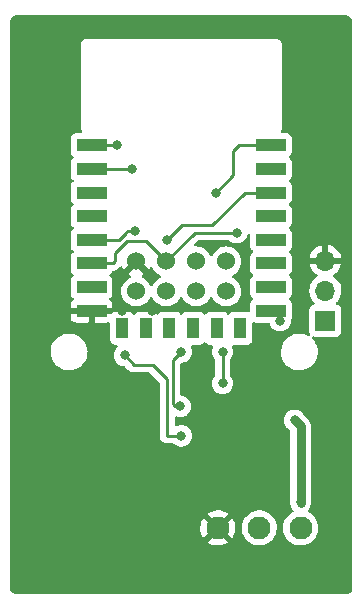
<source format=gbr>
%TF.GenerationSoftware,KiCad,Pcbnew,(6.0.5-0)*%
%TF.CreationDate,2022-06-26T23:43:10+02:00*%
%TF.ProjectId,Fuji-IoT,46756a69-2d49-46f5-942e-6b696361645f,rev?*%
%TF.SameCoordinates,Original*%
%TF.FileFunction,Copper,L2,Bot*%
%TF.FilePolarity,Positive*%
%FSLAX46Y46*%
G04 Gerber Fmt 4.6, Leading zero omitted, Abs format (unit mm)*
G04 Created by KiCad (PCBNEW (6.0.5-0)) date 2022-06-26 23:43:10*
%MOMM*%
%LPD*%
G01*
G04 APERTURE LIST*
%TA.AperFunction,ComponentPad*%
%ADD10R,1.700000X1.700000*%
%TD*%
%TA.AperFunction,ComponentPad*%
%ADD11O,1.700000X1.700000*%
%TD*%
%TA.AperFunction,ComponentPad*%
%ADD12C,1.524000*%
%TD*%
%TA.AperFunction,ComponentPad*%
%ADD13C,1.950000*%
%TD*%
%TA.AperFunction,SMDPad,CuDef*%
%ADD14R,2.500000X1.000000*%
%TD*%
%TA.AperFunction,SMDPad,CuDef*%
%ADD15R,1.000000X1.800000*%
%TD*%
%TA.AperFunction,ViaPad*%
%ADD16C,0.800000*%
%TD*%
%TA.AperFunction,Conductor*%
%ADD17C,0.250000*%
%TD*%
%TA.AperFunction,Conductor*%
%ADD18C,0.750000*%
%TD*%
G04 APERTURE END LIST*
D10*
%TO.P,J1,1,Pin_1*%
%TO.N,3V3*%
X66200000Y-54340000D03*
D11*
%TO.P,J1,2,Pin_2*%
%TO.N,DBG*%
X66200000Y-51800000D03*
%TO.P,J1,3,Pin_3*%
%TO.N,GND*%
X66200000Y-49260000D03*
%TD*%
D12*
%TO.P,U3,1,RX*%
%TO.N,RX*%
X57810000Y-49330000D03*
%TO.P,U3,2,VCC*%
%TO.N,3V3*%
X57810000Y-51870000D03*
%TO.P,U3,3,IO0*%
%TO.N,SLP*%
X55270000Y-49330000D03*
%TO.P,U3,4,RST*%
%TO.N,RST*%
X55270000Y-51870000D03*
%TO.P,U3,5,IO2*%
%TO.N,DBG*%
X52730000Y-49330000D03*
%TO.P,U3,6,CH_PD*%
%TO.N,CH_PD*%
X52730000Y-51870000D03*
%TO.P,U3,7,GND*%
%TO.N,GND*%
X50190000Y-49330000D03*
%TO.P,U3,8,TX*%
%TO.N,TX*%
X50190000Y-51870000D03*
%TD*%
D13*
%TO.P,J2,1*%
%TO.N,VIN*%
X64100000Y-71900000D03*
%TO.P,J2,2*%
%TO.N,Net-(C4-Pad1)*%
X60600000Y-71900000D03*
%TO.P,J2,3*%
%TO.N,GND*%
X57100000Y-71900000D03*
%TD*%
D14*
%TO.P,U4,1,~{RST}*%
%TO.N,RST*%
X61600000Y-39500000D03*
%TO.P,U4,2,ADC*%
%TO.N,unconnected-(U4-Pad2)*%
X61600000Y-41500000D03*
%TO.P,U4,3,EN*%
%TO.N,CH_PD*%
X61600000Y-43500000D03*
%TO.P,U4,4,GPIO16*%
%TO.N,unconnected-(U4-Pad4)*%
X61600000Y-45500000D03*
%TO.P,U4,5,GPIO14*%
%TO.N,unconnected-(U4-Pad5)*%
X61600000Y-47500000D03*
%TO.P,U4,6,GPIO12*%
%TO.N,unconnected-(U4-Pad6)*%
X61600000Y-49500000D03*
%TO.P,U4,7,GPIO13*%
%TO.N,unconnected-(U4-Pad7)*%
X61600000Y-51500000D03*
%TO.P,U4,8,VCC*%
%TO.N,3V3*%
X61600000Y-53500000D03*
D15*
%TO.P,U4,9,CS0*%
%TO.N,unconnected-(U4-Pad9)*%
X59000000Y-55000000D03*
%TO.P,U4,10,MISO*%
%TO.N,unconnected-(U4-Pad10)*%
X57000000Y-55000000D03*
%TO.P,U4,11,GPIO9*%
%TO.N,unconnected-(U4-Pad11)*%
X55000000Y-55000000D03*
%TO.P,U4,12,GPIO10*%
%TO.N,unconnected-(U4-Pad12)*%
X53000000Y-55000000D03*
%TO.P,U4,13,MOSI*%
%TO.N,unconnected-(U4-Pad13)*%
X51000000Y-55000000D03*
%TO.P,U4,14,SCLK*%
%TO.N,unconnected-(U4-Pad14)*%
X49000000Y-55000000D03*
D14*
%TO.P,U4,15,GND*%
%TO.N,GND*%
X46400000Y-53500000D03*
%TO.P,U4,16,GPIO15*%
%TO.N,unconnected-(U4-Pad16)*%
X46400000Y-51500000D03*
%TO.P,U4,17,GPIO2*%
%TO.N,DBG*%
X46400000Y-49500000D03*
%TO.P,U4,18,GPIO0*%
%TO.N,SLP*%
X46400000Y-47500000D03*
%TO.P,U4,19,GPIO4*%
%TO.N,unconnected-(U4-Pad19)*%
X46400000Y-45500000D03*
%TO.P,U4,20,GPIO5*%
%TO.N,unconnected-(U4-Pad20)*%
X46400000Y-43500000D03*
%TO.P,U4,21,GPIO3/RXD*%
%TO.N,RX*%
X46400000Y-41500000D03*
%TO.P,U4,22,GPIO1/TXD*%
%TO.N,TX*%
X46400000Y-39500000D03*
%TD*%
D16*
%TO.N,GND*%
X47100000Y-62400000D03*
X59000000Y-66500000D03*
X53000000Y-66500000D03*
X57900000Y-62500000D03*
X49000000Y-53500000D03*
X51500000Y-53500000D03*
X67500000Y-71500000D03*
X67500000Y-74500000D03*
X67500000Y-62500000D03*
X67500000Y-65500000D03*
X67500000Y-59500000D03*
X67500000Y-68500000D03*
X67500000Y-44500000D03*
X67500000Y-41500000D03*
X67500000Y-32500000D03*
X67500000Y-38500000D03*
X67500000Y-35500000D03*
X65000000Y-29500000D03*
X62000000Y-29500000D03*
X59000000Y-29500000D03*
X56000000Y-29500000D03*
X53000000Y-29500000D03*
X50000000Y-29500000D03*
X47000000Y-29500000D03*
X44000000Y-29500000D03*
X41000000Y-29500000D03*
X41000000Y-68500000D03*
X41000000Y-71500000D03*
X41000000Y-62500000D03*
X41000000Y-65500000D03*
X41000000Y-38500000D03*
X41000000Y-35500000D03*
X41000000Y-53500000D03*
X41000000Y-59500000D03*
X41000000Y-50500000D03*
X41000000Y-47500000D03*
X41000000Y-56500000D03*
X41000000Y-32500000D03*
X41000000Y-44500000D03*
X41000000Y-41500000D03*
%TO.N,CH_PD*%
X52800000Y-47524500D03*
%TO.N,RST*%
X56900000Y-43500000D03*
%TO.N,VIN*%
X63600000Y-62800000D03*
X64100000Y-69700000D03*
%TO.N,3V3*%
X62360000Y-54340000D03*
%TO.N,TX*%
X54000000Y-64100000D03*
X48600000Y-39500000D03*
X49200000Y-57300000D03*
%TO.N,SLP*%
X53900000Y-61600000D03*
X54000000Y-57000000D03*
X50100000Y-46800000D03*
%TO.N,RX*%
X57500000Y-59650000D03*
X49800000Y-41500000D03*
X57500000Y-57000000D03*
%TO.N,DBG*%
X58700000Y-46900000D03*
%TD*%
D17*
%TO.N,CH_PD*%
X52800000Y-47524500D02*
X54062250Y-46262250D01*
X61600000Y-43500000D02*
X59400000Y-43500000D01*
X59400000Y-43500000D02*
X56637750Y-46262250D01*
X56637750Y-46262250D02*
X54062250Y-46262250D01*
%TO.N,RST*%
X58400000Y-42000000D02*
X58400000Y-40000000D01*
X58400000Y-40000000D02*
X58900000Y-39500000D01*
X56900000Y-43500000D02*
X58400000Y-42000000D01*
X58900000Y-39500000D02*
X61600000Y-39500000D01*
%TO.N,DBG*%
X58700000Y-46900000D02*
X55160000Y-46900000D01*
X55160000Y-46900000D02*
X52730000Y-49330000D01*
D18*
%TO.N,VIN*%
X64100000Y-69750000D02*
X64100000Y-63350000D01*
X64100000Y-63300000D02*
X63600000Y-62800000D01*
D17*
%TO.N,TX*%
X50000000Y-58100000D02*
X51600000Y-58100000D01*
X49200000Y-57300000D02*
X50000000Y-58100000D01*
X48600000Y-39500000D02*
X46400000Y-39500000D01*
X51600000Y-58100000D02*
X52800000Y-59300000D01*
X52800000Y-64100000D02*
X54000000Y-64100000D01*
X52800000Y-59300000D02*
X52800000Y-64100000D01*
%TO.N,SLP*%
X53500000Y-61600000D02*
X53900000Y-61600000D01*
X49300000Y-46900000D02*
X49400000Y-46800000D01*
X53300000Y-57700000D02*
X53300000Y-61400000D01*
X48700000Y-47500000D02*
X49300000Y-46900000D01*
X54000000Y-57000000D02*
X53300000Y-57700000D01*
X46400000Y-47500000D02*
X48700000Y-47500000D01*
X53300000Y-61400000D02*
X53500000Y-61600000D01*
X49400000Y-46800000D02*
X50100000Y-46800000D01*
%TO.N,RX*%
X57500000Y-59650000D02*
X57500000Y-57000000D01*
X46400000Y-41500000D02*
X49800000Y-41500000D01*
%TO.N,DBG*%
X48200000Y-49500000D02*
X48400000Y-49300000D01*
X48400000Y-48600000D02*
X49400000Y-47600000D01*
X51000000Y-47600000D02*
X52730000Y-49330000D01*
X49400000Y-47600000D02*
X51000000Y-47600000D01*
X48400000Y-49300000D02*
X48400000Y-48600000D01*
X46400000Y-49500000D02*
X48200000Y-49500000D01*
%TD*%
%TA.AperFunction,Conductor*%
%TO.N,GND*%
G36*
X67970018Y-28510000D02*
G01*
X67984852Y-28512310D01*
X67984855Y-28512310D01*
X67993724Y-28513691D01*
X68002626Y-28512527D01*
X68002750Y-28512511D01*
X68033192Y-28512240D01*
X68040621Y-28513077D01*
X68095264Y-28519234D01*
X68122771Y-28525513D01*
X68199853Y-28552485D01*
X68225274Y-28564727D01*
X68294426Y-28608178D01*
X68316485Y-28625770D01*
X68374230Y-28683515D01*
X68391822Y-28705574D01*
X68435273Y-28774726D01*
X68447515Y-28800147D01*
X68474487Y-28877228D01*
X68480766Y-28904736D01*
X68487018Y-28960226D01*
X68486923Y-28975868D01*
X68487800Y-28975879D01*
X68487690Y-28984851D01*
X68486309Y-28993724D01*
X68487473Y-29002626D01*
X68487473Y-29002628D01*
X68490436Y-29025283D01*
X68491500Y-29041621D01*
X68491500Y-76950633D01*
X68490000Y-76970018D01*
X68486309Y-76993724D01*
X68487473Y-77002626D01*
X68487489Y-77002750D01*
X68487760Y-77033192D01*
X68485430Y-77053870D01*
X68480766Y-77095264D01*
X68474487Y-77122771D01*
X68447515Y-77199853D01*
X68435273Y-77225274D01*
X68391822Y-77294426D01*
X68374230Y-77316485D01*
X68316485Y-77374230D01*
X68294426Y-77391822D01*
X68225274Y-77435273D01*
X68199853Y-77447515D01*
X68122772Y-77474487D01*
X68095264Y-77480766D01*
X68039774Y-77487018D01*
X68024132Y-77486923D01*
X68024121Y-77487800D01*
X68015149Y-77487690D01*
X68006276Y-77486309D01*
X67997374Y-77487473D01*
X67997372Y-77487473D01*
X67986385Y-77488910D01*
X67974714Y-77490436D01*
X67958379Y-77491500D01*
X40049367Y-77491500D01*
X40029982Y-77490000D01*
X40015148Y-77487690D01*
X40015145Y-77487690D01*
X40006276Y-77486309D01*
X39997374Y-77487473D01*
X39997250Y-77487489D01*
X39966808Y-77487760D01*
X39946130Y-77485430D01*
X39904736Y-77480766D01*
X39877229Y-77474487D01*
X39800147Y-77447515D01*
X39774726Y-77435273D01*
X39705574Y-77391822D01*
X39683515Y-77374230D01*
X39625770Y-77316485D01*
X39608178Y-77294426D01*
X39564727Y-77225274D01*
X39552485Y-77199853D01*
X39525513Y-77122772D01*
X39519234Y-77095266D01*
X39513170Y-77041451D01*
X39512888Y-77016640D01*
X39513576Y-77012552D01*
X39513729Y-77000000D01*
X39509773Y-76972376D01*
X39508500Y-76954514D01*
X39508500Y-73116624D01*
X56248621Y-73116624D01*
X56252988Y-73122774D01*
X56452563Y-73239397D01*
X56461846Y-73243844D01*
X56680007Y-73327152D01*
X56689905Y-73330028D01*
X56918744Y-73376585D01*
X56928972Y-73377804D01*
X57162340Y-73386362D01*
X57172626Y-73385895D01*
X57404262Y-73356222D01*
X57414340Y-73354080D01*
X57638014Y-73286974D01*
X57647612Y-73283212D01*
X57857324Y-73180476D01*
X57866169Y-73175203D01*
X57938869Y-73123347D01*
X57947270Y-73112646D01*
X57940283Y-73099493D01*
X57112812Y-72272022D01*
X57098868Y-72264408D01*
X57097035Y-72264539D01*
X57090420Y-72268790D01*
X56255881Y-73103329D01*
X56248621Y-73116624D01*
X39508500Y-73116624D01*
X39508500Y-71868799D01*
X55612658Y-71868799D01*
X55626102Y-72101942D01*
X55627535Y-72112144D01*
X55678873Y-72339949D01*
X55681956Y-72349789D01*
X55769814Y-72566156D01*
X55774457Y-72575347D01*
X55875555Y-72740325D01*
X55886011Y-72749785D01*
X55894789Y-72746001D01*
X56727978Y-71912812D01*
X56734356Y-71901132D01*
X57464408Y-71901132D01*
X57464539Y-71902965D01*
X57468790Y-71909580D01*
X58300045Y-72740835D01*
X58312055Y-72747394D01*
X58323794Y-72738426D01*
X58372518Y-72670619D01*
X58377829Y-72661780D01*
X58481291Y-72452442D01*
X58485089Y-72442849D01*
X58552974Y-72219413D01*
X58555151Y-72209343D01*
X58585869Y-71976015D01*
X58586388Y-71969340D01*
X58588001Y-71903364D01*
X58587807Y-71896647D01*
X58585093Y-71863631D01*
X59111860Y-71863631D01*
X59112157Y-71868783D01*
X59112157Y-71868787D01*
X59123558Y-72066499D01*
X59125903Y-72107171D01*
X59127040Y-72112217D01*
X59127041Y-72112223D01*
X59150107Y-72214575D01*
X59179533Y-72345147D01*
X59181475Y-72349929D01*
X59181476Y-72349933D01*
X59269275Y-72566156D01*
X59271311Y-72571169D01*
X59398772Y-72779166D01*
X59558492Y-72963553D01*
X59746183Y-73119377D01*
X59956804Y-73242453D01*
X60184698Y-73329478D01*
X60189764Y-73330509D01*
X60189765Y-73330509D01*
X60418667Y-73377080D01*
X60418671Y-73377080D01*
X60423746Y-73378113D01*
X60428922Y-73378303D01*
X60428924Y-73378303D01*
X60662363Y-73386863D01*
X60662367Y-73386863D01*
X60667527Y-73387052D01*
X60672647Y-73386396D01*
X60672649Y-73386396D01*
X60749377Y-73376567D01*
X60909494Y-73356055D01*
X60914443Y-73354570D01*
X60914449Y-73354569D01*
X61138200Y-73287440D01*
X61138199Y-73287440D01*
X61143150Y-73285955D01*
X61362219Y-73178634D01*
X61366424Y-73175634D01*
X61366430Y-73175631D01*
X61556614Y-73039974D01*
X61556616Y-73039972D01*
X61560818Y-73036975D01*
X61733614Y-72864781D01*
X61875966Y-72666677D01*
X61878387Y-72661780D01*
X61981756Y-72452626D01*
X61981757Y-72452624D01*
X61984050Y-72447984D01*
X62039786Y-72264539D01*
X62053462Y-72219527D01*
X62053463Y-72219521D01*
X62054966Y-72214575D01*
X62086807Y-71972717D01*
X62088584Y-71900000D01*
X62085594Y-71863631D01*
X62611860Y-71863631D01*
X62612157Y-71868783D01*
X62612157Y-71868787D01*
X62623558Y-72066499D01*
X62625903Y-72107171D01*
X62627040Y-72112217D01*
X62627041Y-72112223D01*
X62650107Y-72214575D01*
X62679533Y-72345147D01*
X62681475Y-72349929D01*
X62681476Y-72349933D01*
X62769275Y-72566156D01*
X62771311Y-72571169D01*
X62898772Y-72779166D01*
X63058492Y-72963553D01*
X63246183Y-73119377D01*
X63456804Y-73242453D01*
X63684698Y-73329478D01*
X63689764Y-73330509D01*
X63689765Y-73330509D01*
X63918667Y-73377080D01*
X63918671Y-73377080D01*
X63923746Y-73378113D01*
X63928922Y-73378303D01*
X63928924Y-73378303D01*
X64162363Y-73386863D01*
X64162367Y-73386863D01*
X64167527Y-73387052D01*
X64172647Y-73386396D01*
X64172649Y-73386396D01*
X64249377Y-73376567D01*
X64409494Y-73356055D01*
X64414443Y-73354570D01*
X64414449Y-73354569D01*
X64638200Y-73287440D01*
X64638199Y-73287440D01*
X64643150Y-73285955D01*
X64862219Y-73178634D01*
X64866424Y-73175634D01*
X64866430Y-73175631D01*
X65056614Y-73039974D01*
X65056616Y-73039972D01*
X65060818Y-73036975D01*
X65233614Y-72864781D01*
X65375966Y-72666677D01*
X65378387Y-72661780D01*
X65481756Y-72452626D01*
X65481757Y-72452624D01*
X65484050Y-72447984D01*
X65539786Y-72264539D01*
X65553462Y-72219527D01*
X65553463Y-72219521D01*
X65554966Y-72214575D01*
X65586807Y-71972717D01*
X65588584Y-71900000D01*
X65568596Y-71656876D01*
X65509167Y-71420280D01*
X65411894Y-71196568D01*
X65318888Y-71052802D01*
X65282200Y-70996091D01*
X65282198Y-70996088D01*
X65279390Y-70991748D01*
X65115212Y-70811319D01*
X65111161Y-70808120D01*
X65111157Y-70808116D01*
X64927825Y-70663329D01*
X64927821Y-70663327D01*
X64923770Y-70660127D01*
X64894370Y-70643897D01*
X64759175Y-70569266D01*
X64709204Y-70518833D01*
X64694432Y-70449390D01*
X64719548Y-70382985D01*
X64726416Y-70374665D01*
X64818704Y-70272169D01*
X64911564Y-70111331D01*
X64911565Y-70111326D01*
X64934527Y-70071556D01*
X64993542Y-69889928D01*
X65013504Y-69700000D01*
X64993542Y-69510072D01*
X64989667Y-69498146D01*
X64983500Y-69459210D01*
X64983500Y-63379457D01*
X64985051Y-63359745D01*
X64986118Y-63353008D01*
X64987150Y-63346493D01*
X64985383Y-63312763D01*
X64977776Y-63167624D01*
X64977775Y-63167621D01*
X64977430Y-63161029D01*
X64929362Y-62981637D01*
X64845047Y-62816161D01*
X64840894Y-62811032D01*
X64840891Y-62811028D01*
X64759551Y-62710582D01*
X64759548Y-62710579D01*
X64757472Y-62708015D01*
X64387004Y-62337546D01*
X64366981Y-62311451D01*
X64348168Y-62278866D01*
X64339040Y-62263056D01*
X64211253Y-62121134D01*
X64056752Y-62008882D01*
X64050724Y-62006198D01*
X64050722Y-62006197D01*
X63888319Y-61933891D01*
X63888318Y-61933891D01*
X63882288Y-61931206D01*
X63788888Y-61911353D01*
X63701944Y-61892872D01*
X63701939Y-61892872D01*
X63695487Y-61891500D01*
X63504513Y-61891500D01*
X63498061Y-61892872D01*
X63498056Y-61892872D01*
X63411112Y-61911353D01*
X63317712Y-61931206D01*
X63311682Y-61933891D01*
X63311681Y-61933891D01*
X63149278Y-62006197D01*
X63149276Y-62006198D01*
X63143248Y-62008882D01*
X62988747Y-62121134D01*
X62860960Y-62263056D01*
X62765473Y-62428444D01*
X62706458Y-62610072D01*
X62686496Y-62800000D01*
X62687186Y-62806565D01*
X62705587Y-62981637D01*
X62706458Y-62989928D01*
X62765473Y-63171556D01*
X62860960Y-63336944D01*
X62988747Y-63478866D01*
X63097869Y-63558148D01*
X63129422Y-63581073D01*
X63144456Y-63593914D01*
X63179595Y-63629053D01*
X63213621Y-63691365D01*
X63216500Y-63718148D01*
X63216500Y-69459210D01*
X63210333Y-69498146D01*
X63206458Y-69510072D01*
X63186496Y-69700000D01*
X63206458Y-69889928D01*
X63265473Y-70071556D01*
X63288435Y-70111326D01*
X63288436Y-70111331D01*
X63381296Y-70272169D01*
X63385711Y-70277072D01*
X63385715Y-70277077D01*
X63474351Y-70375517D01*
X63505068Y-70439524D01*
X63496304Y-70509978D01*
X63450841Y-70564509D01*
X63438916Y-70571578D01*
X63306769Y-70640370D01*
X63302636Y-70643473D01*
X63302633Y-70643475D01*
X63228050Y-70699474D01*
X63111690Y-70786840D01*
X62943153Y-70963204D01*
X62940239Y-70967476D01*
X62940238Y-70967477D01*
X62920719Y-70996091D01*
X62805684Y-71164726D01*
X62702974Y-71385995D01*
X62637783Y-71621067D01*
X62611860Y-71863631D01*
X62085594Y-71863631D01*
X62068596Y-71656876D01*
X62009167Y-71420280D01*
X61911894Y-71196568D01*
X61818888Y-71052802D01*
X61782200Y-70996091D01*
X61782198Y-70996088D01*
X61779390Y-70991748D01*
X61615212Y-70811319D01*
X61611161Y-70808120D01*
X61611157Y-70808116D01*
X61427825Y-70663329D01*
X61427821Y-70663327D01*
X61423770Y-70660127D01*
X61394370Y-70643897D01*
X61367759Y-70629207D01*
X61210205Y-70542233D01*
X61205336Y-70540509D01*
X61205332Y-70540507D01*
X60985127Y-70462528D01*
X60985123Y-70462527D01*
X60980252Y-70460802D01*
X60975159Y-70459895D01*
X60975156Y-70459894D01*
X60745177Y-70418928D01*
X60745171Y-70418927D01*
X60740088Y-70418022D01*
X60660380Y-70417048D01*
X60501332Y-70415105D01*
X60501330Y-70415105D01*
X60496162Y-70415042D01*
X60255024Y-70451941D01*
X60023150Y-70527729D01*
X59806769Y-70640370D01*
X59802636Y-70643473D01*
X59802633Y-70643475D01*
X59728050Y-70699474D01*
X59611690Y-70786840D01*
X59443153Y-70963204D01*
X59440239Y-70967476D01*
X59440238Y-70967477D01*
X59420719Y-70996091D01*
X59305684Y-71164726D01*
X59202974Y-71385995D01*
X59137783Y-71621067D01*
X59111860Y-71863631D01*
X58585093Y-71863631D01*
X58568525Y-71662108D01*
X58566842Y-71651946D01*
X58509952Y-71425453D01*
X58506634Y-71415706D01*
X58413513Y-71201542D01*
X58408646Y-71192467D01*
X58323465Y-71060796D01*
X58312779Y-71051593D01*
X58303214Y-71055996D01*
X57472022Y-71887188D01*
X57464408Y-71901132D01*
X56734356Y-71901132D01*
X56735592Y-71898868D01*
X56735461Y-71897035D01*
X56731210Y-71890420D01*
X55899892Y-71059102D01*
X55888356Y-71052802D01*
X55876073Y-71062426D01*
X55809036Y-71160698D01*
X55803943Y-71169662D01*
X55705619Y-71381483D01*
X55702062Y-71391151D01*
X55639657Y-71616178D01*
X55637726Y-71626298D01*
X55612910Y-71858510D01*
X55612658Y-71868799D01*
X39508500Y-71868799D01*
X39508500Y-70687142D01*
X56251938Y-70687142D01*
X56258684Y-70699474D01*
X57087188Y-71527978D01*
X57101132Y-71535592D01*
X57102965Y-71535461D01*
X57109580Y-71531210D01*
X57942391Y-70698399D01*
X57949412Y-70685543D01*
X57941639Y-70674875D01*
X57927548Y-70663746D01*
X57918970Y-70658047D01*
X57714526Y-70545189D01*
X57705126Y-70540964D01*
X57484993Y-70463011D01*
X57475036Y-70460381D01*
X57245129Y-70419427D01*
X57234878Y-70418458D01*
X57001367Y-70415605D01*
X56991083Y-70416325D01*
X56760253Y-70451647D01*
X56750225Y-70454036D01*
X56528263Y-70526584D01*
X56518753Y-70530581D01*
X56311624Y-70638405D01*
X56302904Y-70643897D01*
X56260391Y-70675817D01*
X56251938Y-70687142D01*
X39508500Y-70687142D01*
X39508500Y-57054568D01*
X42937382Y-57054568D01*
X42937963Y-57059588D01*
X42937963Y-57059592D01*
X42950924Y-57171607D01*
X42966208Y-57303699D01*
X42967587Y-57308573D01*
X42967588Y-57308577D01*
X43033116Y-57540148D01*
X43034494Y-57545017D01*
X43036628Y-57549592D01*
X43036630Y-57549599D01*
X43138347Y-57767731D01*
X43140484Y-57772313D01*
X43143326Y-57776494D01*
X43143326Y-57776495D01*
X43278605Y-57975552D01*
X43278608Y-57975556D01*
X43281451Y-57979739D01*
X43284928Y-57983416D01*
X43284929Y-57983417D01*
X43383106Y-58087237D01*
X43453767Y-58161959D01*
X43457793Y-58165037D01*
X43457794Y-58165038D01*
X43648981Y-58311212D01*
X43648985Y-58311215D01*
X43653001Y-58314285D01*
X43874026Y-58432797D01*
X43878807Y-58434443D01*
X43878811Y-58434445D01*
X44064834Y-58498498D01*
X44111156Y-58514448D01*
X44214689Y-58532331D01*
X44354380Y-58556460D01*
X44354386Y-58556461D01*
X44358290Y-58557135D01*
X44362251Y-58557315D01*
X44362252Y-58557315D01*
X44386931Y-58558436D01*
X44386950Y-58558436D01*
X44388350Y-58558500D01*
X44563015Y-58558500D01*
X44565523Y-58558298D01*
X44565528Y-58558298D01*
X44744944Y-58543863D01*
X44744949Y-58543862D01*
X44749985Y-58543457D01*
X44754893Y-58542252D01*
X44754896Y-58542251D01*
X44988625Y-58484841D01*
X44993539Y-58483634D01*
X44998191Y-58481659D01*
X44998195Y-58481658D01*
X45219741Y-58387617D01*
X45219742Y-58387617D01*
X45224396Y-58385641D01*
X45436615Y-58252000D01*
X45624738Y-58086147D01*
X45783924Y-57892351D01*
X45910078Y-57675596D01*
X45914042Y-57665271D01*
X45981350Y-57489928D01*
X45999955Y-57441461D01*
X46012329Y-57382232D01*
X46050206Y-57200921D01*
X46051241Y-57195967D01*
X46051516Y-57189928D01*
X46057814Y-57051217D01*
X46062618Y-56945432D01*
X46060653Y-56928444D01*
X46045684Y-56799079D01*
X46033792Y-56696301D01*
X46014591Y-56628444D01*
X45966884Y-56459852D01*
X45966883Y-56459850D01*
X45965506Y-56454983D01*
X45963372Y-56450408D01*
X45963370Y-56450401D01*
X45861653Y-56232269D01*
X45861651Y-56232265D01*
X45859516Y-56227687D01*
X45822233Y-56172827D01*
X45721395Y-56024448D01*
X45721392Y-56024444D01*
X45718549Y-56020261D01*
X45617925Y-55913853D01*
X45549713Y-55841721D01*
X45546233Y-55838041D01*
X45542206Y-55834962D01*
X45351019Y-55688788D01*
X45351015Y-55688785D01*
X45346999Y-55685715D01*
X45262888Y-55640615D01*
X45130435Y-55569595D01*
X45125974Y-55567203D01*
X45121193Y-55565557D01*
X45121189Y-55565555D01*
X44893633Y-55487201D01*
X44888844Y-55485552D01*
X44785311Y-55467669D01*
X44645620Y-55443540D01*
X44645614Y-55443539D01*
X44641710Y-55442865D01*
X44637749Y-55442685D01*
X44637748Y-55442685D01*
X44613069Y-55441564D01*
X44613050Y-55441564D01*
X44611650Y-55441500D01*
X44436985Y-55441500D01*
X44434477Y-55441702D01*
X44434472Y-55441702D01*
X44255056Y-55456137D01*
X44255051Y-55456138D01*
X44250015Y-55456543D01*
X44245107Y-55457748D01*
X44245104Y-55457749D01*
X44029366Y-55510740D01*
X44006461Y-55516366D01*
X44001809Y-55518341D01*
X44001805Y-55518342D01*
X43881061Y-55569595D01*
X43775604Y-55614359D01*
X43563385Y-55748000D01*
X43375262Y-55913853D01*
X43216076Y-56107649D01*
X43089922Y-56324404D01*
X43000045Y-56558539D01*
X42999012Y-56563485D01*
X42999010Y-56563491D01*
X42985942Y-56626045D01*
X42948759Y-56804033D01*
X42948530Y-56809082D01*
X42948529Y-56809088D01*
X42943369Y-56922721D01*
X42937382Y-57054568D01*
X39508500Y-57054568D01*
X39508500Y-54044669D01*
X44642001Y-54044669D01*
X44642371Y-54051490D01*
X44647895Y-54102352D01*
X44651521Y-54117604D01*
X44696676Y-54238054D01*
X44705214Y-54253649D01*
X44781715Y-54355724D01*
X44794276Y-54368285D01*
X44896351Y-54444786D01*
X44911946Y-54453324D01*
X45032394Y-54498478D01*
X45047649Y-54502105D01*
X45098514Y-54507631D01*
X45105328Y-54508000D01*
X46127885Y-54508000D01*
X46143124Y-54503525D01*
X46144329Y-54502135D01*
X46146000Y-54494452D01*
X46146000Y-53772115D01*
X46141525Y-53756876D01*
X46140135Y-53755671D01*
X46132452Y-53754000D01*
X44660116Y-53754000D01*
X44644877Y-53758475D01*
X44643672Y-53759865D01*
X44642001Y-53767548D01*
X44642001Y-54044669D01*
X39508500Y-54044669D01*
X39508500Y-52048134D01*
X44641500Y-52048134D01*
X44648255Y-52110316D01*
X44699385Y-52246705D01*
X44786739Y-52363261D01*
X44832594Y-52397627D01*
X44835074Y-52399486D01*
X44877589Y-52456345D01*
X44882615Y-52527164D01*
X44848555Y-52589457D01*
X44835075Y-52601138D01*
X44794274Y-52631717D01*
X44781715Y-52644276D01*
X44705214Y-52746351D01*
X44696676Y-52761946D01*
X44651522Y-52882394D01*
X44647895Y-52897649D01*
X44642369Y-52948514D01*
X44642000Y-52955328D01*
X44642000Y-53227885D01*
X44646475Y-53243124D01*
X44647865Y-53244329D01*
X44655548Y-53246000D01*
X48139884Y-53246000D01*
X48155123Y-53241525D01*
X48156328Y-53240135D01*
X48157999Y-53232452D01*
X48157999Y-52955331D01*
X48157629Y-52948510D01*
X48152105Y-52897648D01*
X48148479Y-52882396D01*
X48103324Y-52761946D01*
X48094786Y-52746351D01*
X48018285Y-52644276D01*
X48005726Y-52631717D01*
X47964925Y-52601138D01*
X47922411Y-52544278D01*
X47917386Y-52473460D01*
X47951446Y-52411166D01*
X47964926Y-52399486D01*
X47967407Y-52397627D01*
X48013261Y-52363261D01*
X48100615Y-52246705D01*
X48151745Y-52110316D01*
X48158500Y-52048134D01*
X48158500Y-50951866D01*
X48151745Y-50889684D01*
X48100615Y-50753295D01*
X48013261Y-50636739D01*
X47965340Y-50600824D01*
X47922827Y-50543967D01*
X47917801Y-50473149D01*
X47951861Y-50410855D01*
X47965330Y-50399183D01*
X48013261Y-50363261D01*
X48100615Y-50246705D01*
X48112399Y-50215270D01*
X48155039Y-50158507D01*
X48221600Y-50133806D01*
X48230381Y-50133500D01*
X48239856Y-50133500D01*
X48243791Y-50133003D01*
X48243856Y-50132995D01*
X48255693Y-50132062D01*
X48287951Y-50131048D01*
X48291970Y-50130922D01*
X48299889Y-50130673D01*
X48319343Y-50125021D01*
X48338700Y-50121013D01*
X48350930Y-50119468D01*
X48350931Y-50119468D01*
X48358797Y-50118474D01*
X48366168Y-50115555D01*
X48366170Y-50115555D01*
X48399912Y-50102196D01*
X48411142Y-50098351D01*
X48445983Y-50088229D01*
X48445984Y-50088229D01*
X48453593Y-50086018D01*
X48460412Y-50081985D01*
X48460417Y-50081983D01*
X48471028Y-50075707D01*
X48488776Y-50067012D01*
X48507617Y-50059552D01*
X48543387Y-50033564D01*
X48553307Y-50027048D01*
X48584535Y-50008580D01*
X48584538Y-50008578D01*
X48591362Y-50004542D01*
X48605683Y-49990221D01*
X48620717Y-49977380D01*
X48627867Y-49972185D01*
X48637107Y-49965472D01*
X48665298Y-49931395D01*
X48673288Y-49922616D01*
X48792247Y-49803657D01*
X48800537Y-49796113D01*
X48807018Y-49792000D01*
X48812443Y-49786223D01*
X48818552Y-49781169D01*
X48819660Y-49782509D01*
X48872549Y-49751431D01*
X48943489Y-49754266D01*
X49001635Y-49795004D01*
X49017387Y-49820398D01*
X49083623Y-49962441D01*
X49089103Y-49971932D01*
X49119794Y-50015765D01*
X49130271Y-50024140D01*
X49143718Y-50017072D01*
X50100905Y-49059885D01*
X50163217Y-49025859D01*
X50234032Y-49030924D01*
X50279095Y-49059885D01*
X51237003Y-50017793D01*
X51248777Y-50024223D01*
X51260793Y-50014926D01*
X51290897Y-49971932D01*
X51296377Y-49962441D01*
X51345529Y-49857035D01*
X51392447Y-49803750D01*
X51460724Y-49784289D01*
X51528684Y-49804831D01*
X51573919Y-49857035D01*
X51623186Y-49962689D01*
X51623189Y-49962694D01*
X51625512Y-49967676D01*
X51628668Y-49972183D01*
X51628669Y-49972185D01*
X51745450Y-50138965D01*
X51753023Y-50149781D01*
X51910219Y-50306977D01*
X51914727Y-50310134D01*
X51914730Y-50310136D01*
X51990495Y-50363187D01*
X52092323Y-50434488D01*
X52097305Y-50436811D01*
X52097310Y-50436814D01*
X52202373Y-50485805D01*
X52255658Y-50532722D01*
X52275119Y-50600999D01*
X52254577Y-50668959D01*
X52202373Y-50714195D01*
X52097311Y-50763186D01*
X52097306Y-50763189D01*
X52092324Y-50765512D01*
X52087817Y-50768668D01*
X52087815Y-50768669D01*
X51914730Y-50889864D01*
X51914727Y-50889866D01*
X51910219Y-50893023D01*
X51753023Y-51050219D01*
X51749866Y-51054727D01*
X51749864Y-51054730D01*
X51628669Y-51227815D01*
X51625512Y-51232324D01*
X51623189Y-51237306D01*
X51623186Y-51237311D01*
X51574195Y-51342373D01*
X51527277Y-51395658D01*
X51459000Y-51415119D01*
X51391040Y-51394577D01*
X51345805Y-51342373D01*
X51296814Y-51237311D01*
X51296811Y-51237306D01*
X51294488Y-51232324D01*
X51291331Y-51227815D01*
X51170136Y-51054730D01*
X51170134Y-51054727D01*
X51166977Y-51050219D01*
X51009781Y-50893023D01*
X51005273Y-50889866D01*
X51005270Y-50889864D01*
X50881288Y-50803051D01*
X50827677Y-50765512D01*
X50822695Y-50763189D01*
X50822690Y-50763186D01*
X50717035Y-50713919D01*
X50663750Y-50667002D01*
X50644289Y-50598725D01*
X50664831Y-50530765D01*
X50717035Y-50485529D01*
X50822445Y-50436376D01*
X50831931Y-50430898D01*
X50875764Y-50400207D01*
X50884139Y-50389729D01*
X50877071Y-50376281D01*
X50202812Y-49702022D01*
X50188868Y-49694408D01*
X50187035Y-49694539D01*
X50180420Y-49698790D01*
X49502207Y-50377003D01*
X49495777Y-50388777D01*
X49505074Y-50400793D01*
X49548069Y-50430898D01*
X49557555Y-50436376D01*
X49662965Y-50485529D01*
X49716250Y-50532446D01*
X49735711Y-50600723D01*
X49715169Y-50668683D01*
X49662965Y-50713919D01*
X49557311Y-50763186D01*
X49557306Y-50763189D01*
X49552324Y-50765512D01*
X49547817Y-50768668D01*
X49547815Y-50768669D01*
X49374730Y-50889864D01*
X49374727Y-50889866D01*
X49370219Y-50893023D01*
X49213023Y-51050219D01*
X49209866Y-51054727D01*
X49209864Y-51054730D01*
X49088669Y-51227815D01*
X49085512Y-51232324D01*
X49083189Y-51237306D01*
X49083186Y-51237311D01*
X49042478Y-51324610D01*
X48991560Y-51433804D01*
X48934022Y-51648537D01*
X48914647Y-51870000D01*
X48934022Y-52091463D01*
X48963800Y-52202596D01*
X48989058Y-52296857D01*
X48991560Y-52306196D01*
X48993882Y-52311177D01*
X48993883Y-52311178D01*
X49083186Y-52502689D01*
X49083189Y-52502694D01*
X49085512Y-52507676D01*
X49088668Y-52512183D01*
X49088669Y-52512185D01*
X49205679Y-52679292D01*
X49213023Y-52689781D01*
X49370219Y-52846977D01*
X49374727Y-52850134D01*
X49374730Y-52850136D01*
X49420802Y-52882396D01*
X49552323Y-52974488D01*
X49557305Y-52976811D01*
X49557310Y-52976814D01*
X49748822Y-53066117D01*
X49753804Y-53068440D01*
X49759112Y-53069862D01*
X49759114Y-53069863D01*
X49824949Y-53087503D01*
X49968537Y-53125978D01*
X50190000Y-53145353D01*
X50411463Y-53125978D01*
X50555051Y-53087503D01*
X50620886Y-53069863D01*
X50620888Y-53069862D01*
X50626196Y-53068440D01*
X50631178Y-53066117D01*
X50822690Y-52976814D01*
X50822695Y-52976811D01*
X50827677Y-52974488D01*
X50959198Y-52882396D01*
X51005270Y-52850136D01*
X51005273Y-52850134D01*
X51009781Y-52846977D01*
X51166977Y-52689781D01*
X51174322Y-52679292D01*
X51291331Y-52512185D01*
X51291332Y-52512183D01*
X51294488Y-52507676D01*
X51296811Y-52502694D01*
X51296814Y-52502689D01*
X51345805Y-52397627D01*
X51392723Y-52344342D01*
X51461000Y-52324881D01*
X51528960Y-52345423D01*
X51574195Y-52397627D01*
X51623186Y-52502689D01*
X51623189Y-52502694D01*
X51625512Y-52507676D01*
X51628668Y-52512183D01*
X51628669Y-52512185D01*
X51745679Y-52679292D01*
X51753023Y-52689781D01*
X51910219Y-52846977D01*
X51914727Y-52850134D01*
X51914730Y-52850136D01*
X51960802Y-52882396D01*
X52092323Y-52974488D01*
X52097305Y-52976811D01*
X52097310Y-52976814D01*
X52288822Y-53066117D01*
X52293804Y-53068440D01*
X52299112Y-53069862D01*
X52299114Y-53069863D01*
X52364949Y-53087503D01*
X52508537Y-53125978D01*
X52730000Y-53145353D01*
X52951463Y-53125978D01*
X53095051Y-53087503D01*
X53160886Y-53069863D01*
X53160888Y-53069862D01*
X53166196Y-53068440D01*
X53171178Y-53066117D01*
X53362690Y-52976814D01*
X53362695Y-52976811D01*
X53367677Y-52974488D01*
X53499198Y-52882396D01*
X53545270Y-52850136D01*
X53545273Y-52850134D01*
X53549781Y-52846977D01*
X53706977Y-52689781D01*
X53714322Y-52679292D01*
X53831331Y-52512185D01*
X53831332Y-52512183D01*
X53834488Y-52507676D01*
X53836811Y-52502694D01*
X53836814Y-52502689D01*
X53885805Y-52397627D01*
X53932723Y-52344342D01*
X54001000Y-52324881D01*
X54068960Y-52345423D01*
X54114195Y-52397627D01*
X54163186Y-52502689D01*
X54163189Y-52502694D01*
X54165512Y-52507676D01*
X54168668Y-52512183D01*
X54168669Y-52512185D01*
X54285679Y-52679292D01*
X54293023Y-52689781D01*
X54450219Y-52846977D01*
X54454727Y-52850134D01*
X54454730Y-52850136D01*
X54500802Y-52882396D01*
X54632323Y-52974488D01*
X54637305Y-52976811D01*
X54637310Y-52976814D01*
X54828822Y-53066117D01*
X54833804Y-53068440D01*
X54839112Y-53069862D01*
X54839114Y-53069863D01*
X54904949Y-53087503D01*
X55048537Y-53125978D01*
X55270000Y-53145353D01*
X55491463Y-53125978D01*
X55635051Y-53087503D01*
X55700886Y-53069863D01*
X55700888Y-53069862D01*
X55706196Y-53068440D01*
X55711178Y-53066117D01*
X55902690Y-52976814D01*
X55902695Y-52976811D01*
X55907677Y-52974488D01*
X56039198Y-52882396D01*
X56085270Y-52850136D01*
X56085273Y-52850134D01*
X56089781Y-52846977D01*
X56246977Y-52689781D01*
X56254322Y-52679292D01*
X56371331Y-52512185D01*
X56371332Y-52512183D01*
X56374488Y-52507676D01*
X56376811Y-52502694D01*
X56376814Y-52502689D01*
X56425805Y-52397627D01*
X56472723Y-52344342D01*
X56541000Y-52324881D01*
X56608960Y-52345423D01*
X56654195Y-52397627D01*
X56703186Y-52502689D01*
X56703189Y-52502694D01*
X56705512Y-52507676D01*
X56708668Y-52512183D01*
X56708669Y-52512185D01*
X56825679Y-52679292D01*
X56833023Y-52689781D01*
X56990219Y-52846977D01*
X56994727Y-52850134D01*
X56994730Y-52850136D01*
X57040802Y-52882396D01*
X57172323Y-52974488D01*
X57177305Y-52976811D01*
X57177310Y-52976814D01*
X57368822Y-53066117D01*
X57373804Y-53068440D01*
X57379112Y-53069862D01*
X57379114Y-53069863D01*
X57444949Y-53087503D01*
X57588537Y-53125978D01*
X57810000Y-53145353D01*
X58031463Y-53125978D01*
X58175051Y-53087503D01*
X58240886Y-53069863D01*
X58240888Y-53069862D01*
X58246196Y-53068440D01*
X58251178Y-53066117D01*
X58442690Y-52976814D01*
X58442695Y-52976811D01*
X58447677Y-52974488D01*
X58579198Y-52882396D01*
X58625270Y-52850136D01*
X58625273Y-52850134D01*
X58629781Y-52846977D01*
X58786977Y-52689781D01*
X58794322Y-52679292D01*
X58911331Y-52512185D01*
X58911332Y-52512183D01*
X58914488Y-52507676D01*
X58916811Y-52502694D01*
X58916814Y-52502689D01*
X59006117Y-52311178D01*
X59006118Y-52311177D01*
X59008440Y-52306196D01*
X59010943Y-52296857D01*
X59036200Y-52202596D01*
X59065978Y-52091463D01*
X59085353Y-51870000D01*
X59065978Y-51648537D01*
X59008440Y-51433804D01*
X58957522Y-51324610D01*
X58916814Y-51237311D01*
X58916811Y-51237306D01*
X58914488Y-51232324D01*
X58911331Y-51227815D01*
X58790136Y-51054730D01*
X58790134Y-51054727D01*
X58786977Y-51050219D01*
X58629781Y-50893023D01*
X58625273Y-50889866D01*
X58625270Y-50889864D01*
X58501288Y-50803051D01*
X58447677Y-50765512D01*
X58442695Y-50763189D01*
X58442690Y-50763186D01*
X58337627Y-50714195D01*
X58284342Y-50667278D01*
X58264881Y-50599001D01*
X58285423Y-50531041D01*
X58337627Y-50485805D01*
X58442690Y-50436814D01*
X58442695Y-50436811D01*
X58447677Y-50434488D01*
X58549505Y-50363187D01*
X58625270Y-50310136D01*
X58625273Y-50310134D01*
X58629781Y-50306977D01*
X58786977Y-50149781D01*
X58794551Y-50138965D01*
X58911331Y-49972185D01*
X58911332Y-49972183D01*
X58914488Y-49967676D01*
X58916811Y-49962694D01*
X58916814Y-49962689D01*
X59006117Y-49771178D01*
X59006118Y-49771177D01*
X59008440Y-49766196D01*
X59065978Y-49551463D01*
X59085353Y-49330000D01*
X59065978Y-49108537D01*
X59008440Y-48893804D01*
X58962120Y-48794470D01*
X58916814Y-48697311D01*
X58916811Y-48697306D01*
X58914488Y-48692324D01*
X58871802Y-48631362D01*
X58790136Y-48514730D01*
X58790134Y-48514727D01*
X58786977Y-48510219D01*
X58629781Y-48353023D01*
X58625273Y-48349866D01*
X58625270Y-48349864D01*
X58549505Y-48296813D01*
X58447677Y-48225512D01*
X58442695Y-48223189D01*
X58442690Y-48223186D01*
X58251178Y-48133883D01*
X58251177Y-48133882D01*
X58246196Y-48131560D01*
X58240888Y-48130138D01*
X58240886Y-48130137D01*
X58137594Y-48102460D01*
X58031463Y-48074022D01*
X57810000Y-48054647D01*
X57588537Y-48074022D01*
X57482406Y-48102460D01*
X57379114Y-48130137D01*
X57379112Y-48130138D01*
X57373804Y-48131560D01*
X57368823Y-48133882D01*
X57368822Y-48133883D01*
X57177311Y-48223186D01*
X57177306Y-48223189D01*
X57172324Y-48225512D01*
X57167817Y-48228668D01*
X57167815Y-48228669D01*
X56994730Y-48349864D01*
X56994727Y-48349866D01*
X56990219Y-48353023D01*
X56833023Y-48510219D01*
X56829866Y-48514727D01*
X56829864Y-48514730D01*
X56748198Y-48631362D01*
X56705512Y-48692324D01*
X56703189Y-48697306D01*
X56703186Y-48697311D01*
X56654195Y-48802373D01*
X56607277Y-48855658D01*
X56539000Y-48875119D01*
X56471040Y-48854577D01*
X56425805Y-48802373D01*
X56376814Y-48697311D01*
X56376811Y-48697306D01*
X56374488Y-48692324D01*
X56331802Y-48631362D01*
X56250136Y-48514730D01*
X56250134Y-48514727D01*
X56246977Y-48510219D01*
X56089781Y-48353023D01*
X56085273Y-48349866D01*
X56085270Y-48349864D01*
X56009505Y-48296813D01*
X55907677Y-48225512D01*
X55902695Y-48223189D01*
X55902690Y-48223186D01*
X55711178Y-48133883D01*
X55711177Y-48133882D01*
X55706196Y-48131560D01*
X55700888Y-48130138D01*
X55700886Y-48130137D01*
X55597594Y-48102460D01*
X55491463Y-48074022D01*
X55270000Y-48054647D01*
X55210768Y-48059829D01*
X55141164Y-48045840D01*
X55090171Y-47996440D01*
X55073981Y-47927314D01*
X55097734Y-47860409D01*
X55110692Y-47845213D01*
X55385500Y-47570405D01*
X55447812Y-47536379D01*
X55474595Y-47533500D01*
X57991800Y-47533500D01*
X58059921Y-47553502D01*
X58079147Y-47569843D01*
X58079420Y-47569540D01*
X58084332Y-47573963D01*
X58088747Y-47578866D01*
X58243248Y-47691118D01*
X58249276Y-47693802D01*
X58249278Y-47693803D01*
X58411681Y-47766109D01*
X58417712Y-47768794D01*
X58511113Y-47788647D01*
X58598056Y-47807128D01*
X58598061Y-47807128D01*
X58604513Y-47808500D01*
X58795487Y-47808500D01*
X58801939Y-47807128D01*
X58801944Y-47807128D01*
X58888887Y-47788647D01*
X58982288Y-47768794D01*
X58988319Y-47766109D01*
X59150722Y-47693803D01*
X59150724Y-47693802D01*
X59156752Y-47691118D01*
X59311253Y-47578866D01*
X59334091Y-47553502D01*
X59434621Y-47441852D01*
X59434622Y-47441851D01*
X59439040Y-47436944D01*
X59534527Y-47271556D01*
X59593542Y-47089928D01*
X59593705Y-47089981D01*
X59625982Y-47030196D01*
X59688132Y-46995875D01*
X59758971Y-47000603D01*
X59816008Y-47042879D01*
X59841135Y-47109281D01*
X59841500Y-47118867D01*
X59841500Y-48048134D01*
X59848255Y-48110316D01*
X59899385Y-48246705D01*
X59986739Y-48363261D01*
X60034660Y-48399176D01*
X60077173Y-48456033D01*
X60082199Y-48526851D01*
X60048139Y-48589145D01*
X60034670Y-48600817D01*
X59986739Y-48636739D01*
X59899385Y-48753295D01*
X59848255Y-48889684D01*
X59841500Y-48951866D01*
X59841500Y-50048134D01*
X59848255Y-50110316D01*
X59899385Y-50246705D01*
X59986739Y-50363261D01*
X60034660Y-50399176D01*
X60077173Y-50456033D01*
X60082199Y-50526851D01*
X60048139Y-50589145D01*
X60034670Y-50600817D01*
X59986739Y-50636739D01*
X59899385Y-50753295D01*
X59848255Y-50889684D01*
X59841500Y-50951866D01*
X59841500Y-52048134D01*
X59848255Y-52110316D01*
X59899385Y-52246705D01*
X59986739Y-52363261D01*
X60034660Y-52399176D01*
X60077173Y-52456033D01*
X60082199Y-52526851D01*
X60048139Y-52589145D01*
X60034670Y-52600817D01*
X59986739Y-52636739D01*
X59899385Y-52753295D01*
X59848255Y-52889684D01*
X59841500Y-52951866D01*
X59841500Y-53503124D01*
X59821498Y-53571245D01*
X59767842Y-53617738D01*
X59697568Y-53627842D01*
X59671273Y-53621107D01*
X59610316Y-53598255D01*
X59548134Y-53591500D01*
X58451866Y-53591500D01*
X58389684Y-53598255D01*
X58253295Y-53649385D01*
X58136739Y-53736739D01*
X58100824Y-53784660D01*
X58043967Y-53827173D01*
X57973149Y-53832199D01*
X57910855Y-53798139D01*
X57899183Y-53784670D01*
X57863261Y-53736739D01*
X57746705Y-53649385D01*
X57610316Y-53598255D01*
X57548134Y-53591500D01*
X56451866Y-53591500D01*
X56389684Y-53598255D01*
X56253295Y-53649385D01*
X56136739Y-53736739D01*
X56100824Y-53784660D01*
X56043967Y-53827173D01*
X55973149Y-53832199D01*
X55910855Y-53798139D01*
X55899183Y-53784670D01*
X55863261Y-53736739D01*
X55746705Y-53649385D01*
X55610316Y-53598255D01*
X55548134Y-53591500D01*
X54451866Y-53591500D01*
X54389684Y-53598255D01*
X54253295Y-53649385D01*
X54136739Y-53736739D01*
X54100824Y-53784660D01*
X54043967Y-53827173D01*
X53973149Y-53832199D01*
X53910855Y-53798139D01*
X53899183Y-53784670D01*
X53863261Y-53736739D01*
X53746705Y-53649385D01*
X53610316Y-53598255D01*
X53548134Y-53591500D01*
X52451866Y-53591500D01*
X52389684Y-53598255D01*
X52253295Y-53649385D01*
X52136739Y-53736739D01*
X52100824Y-53784660D01*
X52043967Y-53827173D01*
X51973149Y-53832199D01*
X51910855Y-53798139D01*
X51899183Y-53784670D01*
X51863261Y-53736739D01*
X51746705Y-53649385D01*
X51610316Y-53598255D01*
X51548134Y-53591500D01*
X50451866Y-53591500D01*
X50389684Y-53598255D01*
X50253295Y-53649385D01*
X50136739Y-53736739D01*
X50100824Y-53784660D01*
X50043967Y-53827173D01*
X49973149Y-53832199D01*
X49910855Y-53798139D01*
X49899183Y-53784670D01*
X49863261Y-53736739D01*
X49746705Y-53649385D01*
X49610316Y-53598255D01*
X49548134Y-53591500D01*
X48451866Y-53591500D01*
X48389684Y-53598255D01*
X48253295Y-53649385D01*
X48181870Y-53702915D01*
X48147297Y-53728826D01*
X48080791Y-53753674D01*
X48071732Y-53754000D01*
X46672115Y-53754000D01*
X46656876Y-53758475D01*
X46655671Y-53759865D01*
X46654000Y-53767548D01*
X46654000Y-54489884D01*
X46658475Y-54505123D01*
X46659865Y-54506328D01*
X46667548Y-54507999D01*
X47694669Y-54507999D01*
X47701490Y-54507629D01*
X47752352Y-54502105D01*
X47767603Y-54498479D01*
X47821270Y-54478360D01*
X47892077Y-54473177D01*
X47954446Y-54507097D01*
X47988575Y-54569352D01*
X47991500Y-54596342D01*
X47991500Y-55948134D01*
X47998255Y-56010316D01*
X48049385Y-56146705D01*
X48136739Y-56263261D01*
X48253295Y-56350615D01*
X48389684Y-56401745D01*
X48451866Y-56408500D01*
X48497692Y-56408500D01*
X48565813Y-56428502D01*
X48612306Y-56482158D01*
X48622410Y-56552432D01*
X48592916Y-56617012D01*
X48589184Y-56620817D01*
X48588747Y-56621134D01*
X48460960Y-56763056D01*
X48365473Y-56928444D01*
X48306458Y-57110072D01*
X48286496Y-57300000D01*
X48287186Y-57306565D01*
X48305307Y-57478973D01*
X48306458Y-57489928D01*
X48365473Y-57671556D01*
X48460960Y-57836944D01*
X48465378Y-57841851D01*
X48465379Y-57841852D01*
X48577504Y-57966379D01*
X48588747Y-57978866D01*
X48743248Y-58091118D01*
X48749276Y-58093802D01*
X48749278Y-58093803D01*
X48911681Y-58166109D01*
X48917712Y-58168794D01*
X49011113Y-58188647D01*
X49098056Y-58207128D01*
X49098061Y-58207128D01*
X49104513Y-58208500D01*
X49160405Y-58208500D01*
X49228526Y-58228502D01*
X49249500Y-58245405D01*
X49496348Y-58492253D01*
X49503888Y-58500539D01*
X49508000Y-58507018D01*
X49513777Y-58512443D01*
X49557651Y-58553643D01*
X49560493Y-58556398D01*
X49580230Y-58576135D01*
X49583427Y-58578615D01*
X49592447Y-58586318D01*
X49624679Y-58616586D01*
X49631625Y-58620405D01*
X49631628Y-58620407D01*
X49642434Y-58626348D01*
X49658953Y-58637199D01*
X49674959Y-58649614D01*
X49682228Y-58652759D01*
X49682232Y-58652762D01*
X49715537Y-58667174D01*
X49726187Y-58672391D01*
X49764940Y-58693695D01*
X49772615Y-58695666D01*
X49772616Y-58695666D01*
X49784562Y-58698733D01*
X49803267Y-58705137D01*
X49821855Y-58713181D01*
X49829678Y-58714420D01*
X49829688Y-58714423D01*
X49865524Y-58720099D01*
X49877144Y-58722505D01*
X49912289Y-58731528D01*
X49919970Y-58733500D01*
X49940224Y-58733500D01*
X49959934Y-58735051D01*
X49979943Y-58738220D01*
X49987835Y-58737474D01*
X50023961Y-58734059D01*
X50035819Y-58733500D01*
X51285406Y-58733500D01*
X51353527Y-58753502D01*
X51374501Y-58770405D01*
X52129595Y-59525499D01*
X52163621Y-59587811D01*
X52166500Y-59614594D01*
X52166500Y-64028207D01*
X52164268Y-64051816D01*
X52162725Y-64059906D01*
X52166251Y-64115951D01*
X52166500Y-64123862D01*
X52166500Y-64139856D01*
X52168506Y-64155730D01*
X52169248Y-64163590D01*
X52172775Y-64219650D01*
X52175225Y-64227191D01*
X52175321Y-64227487D01*
X52180494Y-64250631D01*
X52180532Y-64250935D01*
X52180533Y-64250940D01*
X52181526Y-64258797D01*
X52184442Y-64266162D01*
X52184443Y-64266166D01*
X52202199Y-64311011D01*
X52204871Y-64318430D01*
X52222236Y-64371875D01*
X52226486Y-64378571D01*
X52226486Y-64378572D01*
X52226650Y-64378831D01*
X52237415Y-64399958D01*
X52237529Y-64400246D01*
X52237532Y-64400251D01*
X52240448Y-64407617D01*
X52245104Y-64414025D01*
X52245107Y-64414031D01*
X52273458Y-64453052D01*
X52277901Y-64459589D01*
X52308000Y-64507018D01*
X52313778Y-64512444D01*
X52313779Y-64512445D01*
X52314007Y-64512659D01*
X52329688Y-64530446D01*
X52334528Y-64537107D01*
X52340637Y-64542161D01*
X52340638Y-64542162D01*
X52377796Y-64572903D01*
X52383730Y-64578134D01*
X52418898Y-64611158D01*
X52418901Y-64611160D01*
X52424679Y-64616586D01*
X52431903Y-64620558D01*
X52451506Y-64633881D01*
X52451746Y-64634080D01*
X52451753Y-64634084D01*
X52457856Y-64639133D01*
X52497400Y-64657741D01*
X52508676Y-64663047D01*
X52515708Y-64666629D01*
X52564940Y-64693695D01*
X52572615Y-64695665D01*
X52572621Y-64695668D01*
X52572919Y-64695744D01*
X52595228Y-64703776D01*
X52595503Y-64703906D01*
X52595511Y-64703909D01*
X52602682Y-64707283D01*
X52657849Y-64717806D01*
X52665558Y-64719529D01*
X52699551Y-64728257D01*
X52712293Y-64731529D01*
X52712294Y-64731529D01*
X52719970Y-64733500D01*
X52728207Y-64733500D01*
X52751816Y-64735732D01*
X52752119Y-64735790D01*
X52752123Y-64735790D01*
X52759906Y-64737275D01*
X52815951Y-64733749D01*
X52823862Y-64733500D01*
X53291800Y-64733500D01*
X53359921Y-64753502D01*
X53379147Y-64769843D01*
X53379420Y-64769540D01*
X53384332Y-64773963D01*
X53388747Y-64778866D01*
X53543248Y-64891118D01*
X53549276Y-64893802D01*
X53549278Y-64893803D01*
X53711681Y-64966109D01*
X53717712Y-64968794D01*
X53811113Y-64988647D01*
X53898056Y-65007128D01*
X53898061Y-65007128D01*
X53904513Y-65008500D01*
X54095487Y-65008500D01*
X54101939Y-65007128D01*
X54101944Y-65007128D01*
X54188887Y-64988647D01*
X54282288Y-64968794D01*
X54288319Y-64966109D01*
X54450722Y-64893803D01*
X54450724Y-64893802D01*
X54456752Y-64891118D01*
X54611253Y-64778866D01*
X54650091Y-64735732D01*
X54734621Y-64641852D01*
X54734622Y-64641851D01*
X54739040Y-64636944D01*
X54834527Y-64471556D01*
X54893542Y-64289928D01*
X54896040Y-64266166D01*
X54912814Y-64106565D01*
X54913504Y-64100000D01*
X54912814Y-64093435D01*
X54894232Y-63916635D01*
X54894232Y-63916633D01*
X54893542Y-63910072D01*
X54834527Y-63728444D01*
X54739040Y-63563056D01*
X54611253Y-63421134D01*
X54456752Y-63308882D01*
X54450724Y-63306198D01*
X54450722Y-63306197D01*
X54288319Y-63233891D01*
X54288318Y-63233891D01*
X54282288Y-63231206D01*
X54188887Y-63211353D01*
X54101944Y-63192872D01*
X54101939Y-63192872D01*
X54095487Y-63191500D01*
X53904513Y-63191500D01*
X53898061Y-63192872D01*
X53898056Y-63192872D01*
X53811113Y-63211353D01*
X53717712Y-63231206D01*
X53610748Y-63278829D01*
X53540382Y-63288263D01*
X53476085Y-63258157D01*
X53438271Y-63198068D01*
X53433500Y-63163722D01*
X53433500Y-62580801D01*
X53453502Y-62512680D01*
X53507158Y-62466187D01*
X53577432Y-62456083D01*
X53605375Y-62464144D01*
X53605400Y-62464068D01*
X53607665Y-62464804D01*
X53610747Y-62465693D01*
X53617712Y-62468794D01*
X53711112Y-62488647D01*
X53798056Y-62507128D01*
X53798061Y-62507128D01*
X53804513Y-62508500D01*
X53995487Y-62508500D01*
X54001939Y-62507128D01*
X54001944Y-62507128D01*
X54088888Y-62488647D01*
X54182288Y-62468794D01*
X54258800Y-62434729D01*
X54350722Y-62393803D01*
X54350724Y-62393802D01*
X54356752Y-62391118D01*
X54366500Y-62384036D01*
X54446629Y-62325818D01*
X54511253Y-62278866D01*
X54639040Y-62136944D01*
X54734527Y-61971556D01*
X54793542Y-61789928D01*
X54813504Y-61600000D01*
X54793542Y-61410072D01*
X54734527Y-61228444D01*
X54639040Y-61063056D01*
X54511253Y-60921134D01*
X54356752Y-60808882D01*
X54350724Y-60806198D01*
X54350722Y-60806197D01*
X54188319Y-60733891D01*
X54188318Y-60733891D01*
X54182288Y-60731206D01*
X54033303Y-60699538D01*
X53970829Y-60665809D01*
X53936508Y-60603660D01*
X53933500Y-60576291D01*
X53933500Y-58034500D01*
X53953502Y-57966379D01*
X54007158Y-57919886D01*
X54059500Y-57908500D01*
X54095487Y-57908500D01*
X54101939Y-57907128D01*
X54101944Y-57907128D01*
X54192030Y-57887979D01*
X54282288Y-57868794D01*
X54366668Y-57831226D01*
X54450722Y-57793803D01*
X54450724Y-57793802D01*
X54456752Y-57791118D01*
X54611253Y-57678866D01*
X54643005Y-57643602D01*
X54734621Y-57541852D01*
X54734625Y-57541847D01*
X54739040Y-57536944D01*
X54834527Y-57371556D01*
X54893542Y-57189928D01*
X54913504Y-57000000D01*
X54893542Y-56810072D01*
X54834527Y-56628444D01*
X54831204Y-56622687D01*
X54816662Y-56597501D01*
X54799923Y-56528506D01*
X54823143Y-56461414D01*
X54878949Y-56417526D01*
X54925780Y-56408500D01*
X55548134Y-56408500D01*
X55610316Y-56401745D01*
X55746705Y-56350615D01*
X55863261Y-56263261D01*
X55899176Y-56215340D01*
X55956033Y-56172827D01*
X56026851Y-56167801D01*
X56089145Y-56201861D01*
X56100817Y-56215330D01*
X56136739Y-56263261D01*
X56253295Y-56350615D01*
X56389684Y-56401745D01*
X56451866Y-56408500D01*
X56574220Y-56408500D01*
X56642341Y-56428502D01*
X56688834Y-56482158D01*
X56698938Y-56552432D01*
X56683338Y-56597501D01*
X56668797Y-56622687D01*
X56665473Y-56628444D01*
X56606458Y-56810072D01*
X56586496Y-57000000D01*
X56606458Y-57189928D01*
X56665473Y-57371556D01*
X56760960Y-57536944D01*
X56834137Y-57618215D01*
X56864853Y-57682221D01*
X56866500Y-57702524D01*
X56866500Y-58947476D01*
X56846498Y-59015597D01*
X56834142Y-59031779D01*
X56760960Y-59113056D01*
X56665473Y-59278444D01*
X56606458Y-59460072D01*
X56586496Y-59650000D01*
X56606458Y-59839928D01*
X56665473Y-60021556D01*
X56760960Y-60186944D01*
X56888747Y-60328866D01*
X57043248Y-60441118D01*
X57049276Y-60443802D01*
X57049278Y-60443803D01*
X57211681Y-60516109D01*
X57217712Y-60518794D01*
X57311112Y-60538647D01*
X57398056Y-60557128D01*
X57398061Y-60557128D01*
X57404513Y-60558500D01*
X57595487Y-60558500D01*
X57601939Y-60557128D01*
X57601944Y-60557128D01*
X57688888Y-60538647D01*
X57782288Y-60518794D01*
X57788319Y-60516109D01*
X57950722Y-60443803D01*
X57950724Y-60443802D01*
X57956752Y-60441118D01*
X58111253Y-60328866D01*
X58239040Y-60186944D01*
X58334527Y-60021556D01*
X58393542Y-59839928D01*
X58413504Y-59650000D01*
X58393542Y-59460072D01*
X58334527Y-59278444D01*
X58239040Y-59113056D01*
X58165863Y-59031785D01*
X58135147Y-58967779D01*
X58133500Y-58947476D01*
X58133500Y-57702524D01*
X58153502Y-57634403D01*
X58165858Y-57618221D01*
X58239040Y-57536944D01*
X58334527Y-57371556D01*
X58393542Y-57189928D01*
X58407769Y-57054568D01*
X62437382Y-57054568D01*
X62437963Y-57059588D01*
X62437963Y-57059592D01*
X62450924Y-57171607D01*
X62466208Y-57303699D01*
X62467587Y-57308573D01*
X62467588Y-57308577D01*
X62533116Y-57540148D01*
X62534494Y-57545017D01*
X62536628Y-57549592D01*
X62536630Y-57549599D01*
X62638347Y-57767731D01*
X62640484Y-57772313D01*
X62643326Y-57776494D01*
X62643326Y-57776495D01*
X62778605Y-57975552D01*
X62778608Y-57975556D01*
X62781451Y-57979739D01*
X62784928Y-57983416D01*
X62784929Y-57983417D01*
X62883106Y-58087237D01*
X62953767Y-58161959D01*
X62957793Y-58165037D01*
X62957794Y-58165038D01*
X63148981Y-58311212D01*
X63148985Y-58311215D01*
X63153001Y-58314285D01*
X63374026Y-58432797D01*
X63378807Y-58434443D01*
X63378811Y-58434445D01*
X63564834Y-58498498D01*
X63611156Y-58514448D01*
X63714689Y-58532331D01*
X63854380Y-58556460D01*
X63854386Y-58556461D01*
X63858290Y-58557135D01*
X63862251Y-58557315D01*
X63862252Y-58557315D01*
X63886931Y-58558436D01*
X63886950Y-58558436D01*
X63888350Y-58558500D01*
X64063015Y-58558500D01*
X64065523Y-58558298D01*
X64065528Y-58558298D01*
X64244944Y-58543863D01*
X64244949Y-58543862D01*
X64249985Y-58543457D01*
X64254893Y-58542252D01*
X64254896Y-58542251D01*
X64488625Y-58484841D01*
X64493539Y-58483634D01*
X64498191Y-58481659D01*
X64498195Y-58481658D01*
X64719741Y-58387617D01*
X64719742Y-58387617D01*
X64724396Y-58385641D01*
X64936615Y-58252000D01*
X65124738Y-58086147D01*
X65283924Y-57892351D01*
X65410078Y-57675596D01*
X65414042Y-57665271D01*
X65481350Y-57489928D01*
X65499955Y-57441461D01*
X65512329Y-57382232D01*
X65550206Y-57200921D01*
X65551241Y-57195967D01*
X65551516Y-57189928D01*
X65557814Y-57051217D01*
X65562618Y-56945432D01*
X65560653Y-56928444D01*
X65545684Y-56799079D01*
X65533792Y-56696301D01*
X65514591Y-56628444D01*
X65466884Y-56459852D01*
X65466883Y-56459850D01*
X65465506Y-56454983D01*
X65463372Y-56450408D01*
X65463370Y-56450401D01*
X65361653Y-56232269D01*
X65361651Y-56232265D01*
X65359516Y-56227687D01*
X65322233Y-56172827D01*
X65221395Y-56024448D01*
X65221392Y-56024444D01*
X65218549Y-56020261D01*
X65117925Y-55913853D01*
X65099909Y-55894802D01*
X65067638Y-55831564D01*
X65074678Y-55760917D01*
X65118795Y-55705292D01*
X65185982Y-55682348D01*
X65224293Y-55688436D01*
X65224600Y-55687144D01*
X65232284Y-55688971D01*
X65239684Y-55691745D01*
X65301866Y-55698500D01*
X67098134Y-55698500D01*
X67160316Y-55691745D01*
X67296705Y-55640615D01*
X67413261Y-55553261D01*
X67500615Y-55436705D01*
X67551745Y-55300316D01*
X67558500Y-55238134D01*
X67558500Y-53441866D01*
X67551745Y-53379684D01*
X67500615Y-53243295D01*
X67413261Y-53126739D01*
X67296705Y-53039385D01*
X67284132Y-53034672D01*
X67178203Y-52994960D01*
X67121439Y-52952318D01*
X67096739Y-52885756D01*
X67111947Y-52816408D01*
X67133493Y-52787727D01*
X67159608Y-52761703D01*
X67238096Y-52683489D01*
X67297594Y-52600689D01*
X67365435Y-52506277D01*
X67368453Y-52502077D01*
X67382597Y-52473460D01*
X67465136Y-52306453D01*
X67465137Y-52306451D01*
X67467430Y-52301811D01*
X67532370Y-52088069D01*
X67561529Y-51866590D01*
X67563156Y-51800000D01*
X67544852Y-51577361D01*
X67490431Y-51360702D01*
X67401354Y-51155840D01*
X67280014Y-50968277D01*
X67129670Y-50803051D01*
X67125619Y-50799852D01*
X67125615Y-50799848D01*
X66958414Y-50667800D01*
X66958410Y-50667798D01*
X66954359Y-50664598D01*
X66912569Y-50641529D01*
X66862598Y-50591097D01*
X66847826Y-50521654D01*
X66872942Y-50455248D01*
X66900294Y-50428641D01*
X67075328Y-50303792D01*
X67083200Y-50297139D01*
X67234052Y-50146812D01*
X67240730Y-50138965D01*
X67365003Y-49966020D01*
X67370313Y-49957183D01*
X67464670Y-49766267D01*
X67468469Y-49756672D01*
X67530377Y-49552910D01*
X67532555Y-49542837D01*
X67533986Y-49531962D01*
X67531775Y-49517778D01*
X67518617Y-49514000D01*
X64883225Y-49514000D01*
X64869694Y-49517973D01*
X64868257Y-49527966D01*
X64898565Y-49662446D01*
X64901645Y-49672275D01*
X64981770Y-49869603D01*
X64986413Y-49878794D01*
X65097694Y-50060388D01*
X65103777Y-50068699D01*
X65243213Y-50229667D01*
X65250580Y-50236883D01*
X65414434Y-50372916D01*
X65422881Y-50378831D01*
X65491969Y-50419203D01*
X65540693Y-50470842D01*
X65553764Y-50540625D01*
X65527033Y-50606396D01*
X65486584Y-50639752D01*
X65473607Y-50646507D01*
X65469474Y-50649610D01*
X65469471Y-50649612D01*
X65310902Y-50768669D01*
X65294965Y-50780635D01*
X65140629Y-50942138D01*
X65137715Y-50946410D01*
X65137714Y-50946411D01*
X65066901Y-51050219D01*
X65014743Y-51126680D01*
X64920688Y-51329305D01*
X64860989Y-51544570D01*
X64837251Y-51766695D01*
X64837548Y-51771848D01*
X64837548Y-51771851D01*
X64842892Y-51864525D01*
X64850110Y-51989715D01*
X64851247Y-51994761D01*
X64851248Y-51994767D01*
X64862505Y-52044717D01*
X64899222Y-52207639D01*
X64937461Y-52301811D01*
X64976368Y-52397627D01*
X64983266Y-52414616D01*
X65099987Y-52605088D01*
X65246250Y-52773938D01*
X65250230Y-52777242D01*
X65254981Y-52781187D01*
X65294616Y-52840090D01*
X65296113Y-52911071D01*
X65258997Y-52971593D01*
X65218724Y-52996112D01*
X65103295Y-53039385D01*
X64986739Y-53126739D01*
X64899385Y-53243295D01*
X64848255Y-53379684D01*
X64841500Y-53441866D01*
X64841500Y-55238134D01*
X64848255Y-55300316D01*
X64899385Y-55436705D01*
X64904771Y-55443891D01*
X64905027Y-55444233D01*
X64905175Y-55444630D01*
X64909079Y-55451760D01*
X64908050Y-55452324D01*
X64929874Y-55510740D01*
X64914820Y-55580123D01*
X64864645Y-55630352D01*
X64795279Y-55645481D01*
X64744659Y-55630841D01*
X64630435Y-55569595D01*
X64625974Y-55567203D01*
X64621193Y-55565557D01*
X64621189Y-55565555D01*
X64393633Y-55487201D01*
X64388844Y-55485552D01*
X64285311Y-55467669D01*
X64145620Y-55443540D01*
X64145614Y-55443539D01*
X64141710Y-55442865D01*
X64137749Y-55442685D01*
X64137748Y-55442685D01*
X64113069Y-55441564D01*
X64113050Y-55441564D01*
X64111650Y-55441500D01*
X63936985Y-55441500D01*
X63934477Y-55441702D01*
X63934472Y-55441702D01*
X63755056Y-55456137D01*
X63755051Y-55456138D01*
X63750015Y-55456543D01*
X63745107Y-55457748D01*
X63745104Y-55457749D01*
X63529366Y-55510740D01*
X63506461Y-55516366D01*
X63501809Y-55518341D01*
X63501805Y-55518342D01*
X63381061Y-55569595D01*
X63275604Y-55614359D01*
X63063385Y-55748000D01*
X62875262Y-55913853D01*
X62716076Y-56107649D01*
X62589922Y-56324404D01*
X62500045Y-56558539D01*
X62499012Y-56563485D01*
X62499010Y-56563491D01*
X62485942Y-56626045D01*
X62448759Y-56804033D01*
X62448530Y-56809082D01*
X62448529Y-56809088D01*
X62443369Y-56922721D01*
X62437382Y-57054568D01*
X58407769Y-57054568D01*
X58413504Y-57000000D01*
X58393542Y-56810072D01*
X58334527Y-56628444D01*
X58315373Y-56595268D01*
X58298635Y-56526272D01*
X58321856Y-56459180D01*
X58377663Y-56415293D01*
X58438096Y-56407005D01*
X58448459Y-56408130D01*
X58448461Y-56408130D01*
X58451866Y-56408500D01*
X59548134Y-56408500D01*
X59610316Y-56401745D01*
X59746705Y-56350615D01*
X59863261Y-56263261D01*
X59950615Y-56146705D01*
X60001745Y-56010316D01*
X60008500Y-55948134D01*
X60008500Y-54596876D01*
X60028502Y-54528755D01*
X60082158Y-54482262D01*
X60152432Y-54472158D01*
X60178727Y-54478893D01*
X60239684Y-54501745D01*
X60301866Y-54508500D01*
X61367952Y-54508500D01*
X61436073Y-54528502D01*
X61482566Y-54582158D01*
X61487783Y-54595558D01*
X61525473Y-54711556D01*
X61620960Y-54876944D01*
X61748747Y-55018866D01*
X61903248Y-55131118D01*
X61909276Y-55133802D01*
X61909278Y-55133803D01*
X62071681Y-55206109D01*
X62077712Y-55208794D01*
X62171112Y-55228647D01*
X62258056Y-55247128D01*
X62258061Y-55247128D01*
X62264513Y-55248500D01*
X62455487Y-55248500D01*
X62461939Y-55247128D01*
X62461944Y-55247128D01*
X62548888Y-55228647D01*
X62642288Y-55208794D01*
X62648319Y-55206109D01*
X62810722Y-55133803D01*
X62810724Y-55133802D01*
X62816752Y-55131118D01*
X62971253Y-55018866D01*
X63099040Y-54876944D01*
X63194527Y-54711556D01*
X63253542Y-54529928D01*
X63255886Y-54507631D01*
X63272814Y-54346565D01*
X63273504Y-54340000D01*
X63272814Y-54333435D01*
X63272814Y-54326830D01*
X63275641Y-54326830D01*
X63286193Y-54269211D01*
X63291750Y-54260246D01*
X63295229Y-54253891D01*
X63300615Y-54246705D01*
X63351745Y-54110316D01*
X63358500Y-54048134D01*
X63358500Y-52951866D01*
X63351745Y-52889684D01*
X63300615Y-52753295D01*
X63213261Y-52636739D01*
X63165340Y-52600824D01*
X63122827Y-52543967D01*
X63117801Y-52473149D01*
X63151861Y-52410855D01*
X63165330Y-52399183D01*
X63213261Y-52363261D01*
X63300615Y-52246705D01*
X63351745Y-52110316D01*
X63358500Y-52048134D01*
X63358500Y-50951866D01*
X63351745Y-50889684D01*
X63300615Y-50753295D01*
X63213261Y-50636739D01*
X63165340Y-50600824D01*
X63122827Y-50543967D01*
X63117801Y-50473149D01*
X63151861Y-50410855D01*
X63165330Y-50399183D01*
X63213261Y-50363261D01*
X63300615Y-50246705D01*
X63351745Y-50110316D01*
X63358500Y-50048134D01*
X63358500Y-48994183D01*
X64864389Y-48994183D01*
X64865912Y-49002607D01*
X64878292Y-49006000D01*
X65927885Y-49006000D01*
X65943124Y-49001525D01*
X65944329Y-49000135D01*
X65946000Y-48992452D01*
X65946000Y-48987885D01*
X66454000Y-48987885D01*
X66458475Y-49003124D01*
X66459865Y-49004329D01*
X66467548Y-49006000D01*
X67518344Y-49006000D01*
X67531875Y-49002027D01*
X67533180Y-48992947D01*
X67491214Y-48825875D01*
X67487894Y-48816124D01*
X67402972Y-48620814D01*
X67398105Y-48611739D01*
X67282426Y-48432926D01*
X67276136Y-48424757D01*
X67132806Y-48267240D01*
X67125273Y-48260215D01*
X66958139Y-48128222D01*
X66949552Y-48122517D01*
X66763117Y-48019599D01*
X66753705Y-48015369D01*
X66552959Y-47944280D01*
X66542988Y-47941646D01*
X66471837Y-47928972D01*
X66458540Y-47930432D01*
X66454000Y-47944989D01*
X66454000Y-48987885D01*
X65946000Y-48987885D01*
X65946000Y-47943102D01*
X65942082Y-47929758D01*
X65927806Y-47927771D01*
X65889324Y-47933660D01*
X65879288Y-47936051D01*
X65676868Y-48002212D01*
X65667359Y-48006209D01*
X65478463Y-48104542D01*
X65469738Y-48110036D01*
X65299433Y-48237905D01*
X65291726Y-48244748D01*
X65144590Y-48398717D01*
X65138104Y-48406727D01*
X65018098Y-48582649D01*
X65013000Y-48591623D01*
X64923338Y-48784783D01*
X64919775Y-48794470D01*
X64864389Y-48994183D01*
X63358500Y-48994183D01*
X63358500Y-48951866D01*
X63351745Y-48889684D01*
X63300615Y-48753295D01*
X63213261Y-48636739D01*
X63165340Y-48600824D01*
X63122827Y-48543967D01*
X63117801Y-48473149D01*
X63151861Y-48410855D01*
X63165330Y-48399183D01*
X63213261Y-48363261D01*
X63300615Y-48246705D01*
X63351745Y-48110316D01*
X63358500Y-48048134D01*
X63358500Y-46951866D01*
X63351745Y-46889684D01*
X63300615Y-46753295D01*
X63213261Y-46636739D01*
X63165340Y-46600824D01*
X63122827Y-46543967D01*
X63117801Y-46473149D01*
X63151861Y-46410855D01*
X63165330Y-46399183D01*
X63213261Y-46363261D01*
X63300615Y-46246705D01*
X63351745Y-46110316D01*
X63358500Y-46048134D01*
X63358500Y-44951866D01*
X63351745Y-44889684D01*
X63300615Y-44753295D01*
X63213261Y-44636739D01*
X63165340Y-44600824D01*
X63122827Y-44543967D01*
X63117801Y-44473149D01*
X63151861Y-44410855D01*
X63165330Y-44399183D01*
X63213261Y-44363261D01*
X63300615Y-44246705D01*
X63351745Y-44110316D01*
X63358500Y-44048134D01*
X63358500Y-42951866D01*
X63351745Y-42889684D01*
X63300615Y-42753295D01*
X63213261Y-42636739D01*
X63165340Y-42600824D01*
X63122827Y-42543967D01*
X63117801Y-42473149D01*
X63151861Y-42410855D01*
X63165330Y-42399183D01*
X63213261Y-42363261D01*
X63300615Y-42246705D01*
X63351745Y-42110316D01*
X63358500Y-42048134D01*
X63358500Y-40951866D01*
X63351745Y-40889684D01*
X63300615Y-40753295D01*
X63213261Y-40636739D01*
X63165340Y-40600824D01*
X63122827Y-40543967D01*
X63117801Y-40473149D01*
X63151861Y-40410855D01*
X63165330Y-40399183D01*
X63213261Y-40363261D01*
X63300615Y-40246705D01*
X63351745Y-40110316D01*
X63358500Y-40048134D01*
X63358500Y-38951866D01*
X63351745Y-38889684D01*
X63300615Y-38753295D01*
X63213261Y-38636739D01*
X63096705Y-38549385D01*
X62960316Y-38498255D01*
X62898134Y-38491500D01*
X62523781Y-38491500D01*
X62455660Y-38471498D01*
X62409167Y-38417842D01*
X62399063Y-38347568D01*
X62421791Y-38298437D01*
X62418507Y-38296280D01*
X62423434Y-38288780D01*
X62429378Y-38282049D01*
X62441943Y-38255287D01*
X62450263Y-38240309D01*
X62461471Y-38223017D01*
X62461473Y-38223012D01*
X62466352Y-38215485D01*
X62468922Y-38206892D01*
X62468924Y-38206887D01*
X62473711Y-38190880D01*
X62480372Y-38173436D01*
X62487467Y-38158324D01*
X62487468Y-38158322D01*
X62491281Y-38150200D01*
X62495830Y-38120983D01*
X62499613Y-38104268D01*
X62505515Y-38084534D01*
X62505516Y-38084528D01*
X62508086Y-38075934D01*
X62508296Y-38041494D01*
X62508329Y-38040711D01*
X62508500Y-38039614D01*
X62508500Y-38008623D01*
X62508502Y-38007853D01*
X62508952Y-37934215D01*
X62508952Y-37934214D01*
X62508976Y-37930279D01*
X62508592Y-37928935D01*
X62508500Y-37927590D01*
X62508500Y-31008623D01*
X62508502Y-31007853D01*
X62508800Y-30959102D01*
X62508976Y-30930279D01*
X62500850Y-30901847D01*
X62497272Y-30885085D01*
X62494352Y-30864698D01*
X62493080Y-30855813D01*
X62482451Y-30832436D01*
X62476004Y-30814913D01*
X62471416Y-30798862D01*
X62468949Y-30790229D01*
X62464156Y-30782632D01*
X62453170Y-30765220D01*
X62445030Y-30750135D01*
X62442564Y-30744711D01*
X62432792Y-30723218D01*
X62416030Y-30703765D01*
X62404927Y-30688761D01*
X62391224Y-30667042D01*
X62384499Y-30661103D01*
X62384496Y-30661099D01*
X62369062Y-30647468D01*
X62357018Y-30635276D01*
X62343573Y-30619673D01*
X62343570Y-30619671D01*
X62337713Y-30612873D01*
X62324009Y-30603990D01*
X62316165Y-30598906D01*
X62301291Y-30587615D01*
X62288783Y-30576569D01*
X62288782Y-30576568D01*
X62282049Y-30570622D01*
X62255287Y-30558057D01*
X62240309Y-30549737D01*
X62223017Y-30538529D01*
X62223012Y-30538527D01*
X62215485Y-30533648D01*
X62206892Y-30531078D01*
X62206887Y-30531076D01*
X62190880Y-30526289D01*
X62173436Y-30519628D01*
X62158324Y-30512533D01*
X62158322Y-30512532D01*
X62150200Y-30508719D01*
X62141333Y-30507338D01*
X62141332Y-30507338D01*
X62130478Y-30505648D01*
X62120983Y-30504170D01*
X62104268Y-30500387D01*
X62084534Y-30494485D01*
X62084528Y-30494484D01*
X62075934Y-30491914D01*
X62066963Y-30491859D01*
X62066962Y-30491859D01*
X62056903Y-30491798D01*
X62041494Y-30491704D01*
X62040711Y-30491671D01*
X62039614Y-30491500D01*
X62008623Y-30491500D01*
X62007853Y-30491498D01*
X61934215Y-30491048D01*
X61934214Y-30491048D01*
X61930279Y-30491024D01*
X61928935Y-30491408D01*
X61927590Y-30491500D01*
X46008623Y-30491500D01*
X46007853Y-30491498D01*
X46007037Y-30491493D01*
X45930279Y-30491024D01*
X45907918Y-30497415D01*
X45901847Y-30499150D01*
X45885085Y-30502728D01*
X45855813Y-30506920D01*
X45847645Y-30510634D01*
X45847644Y-30510634D01*
X45832438Y-30517548D01*
X45814914Y-30523996D01*
X45790229Y-30531051D01*
X45782635Y-30535843D01*
X45782632Y-30535844D01*
X45765220Y-30546830D01*
X45750137Y-30554969D01*
X45723218Y-30567208D01*
X45716416Y-30573069D01*
X45703765Y-30583970D01*
X45688761Y-30595073D01*
X45667042Y-30608776D01*
X45661103Y-30615501D01*
X45661099Y-30615504D01*
X45647468Y-30630938D01*
X45635276Y-30642982D01*
X45619673Y-30656427D01*
X45619671Y-30656430D01*
X45612873Y-30662287D01*
X45607993Y-30669816D01*
X45607992Y-30669817D01*
X45598906Y-30683835D01*
X45587615Y-30698709D01*
X45576569Y-30711217D01*
X45570622Y-30717951D01*
X45564312Y-30731391D01*
X45558058Y-30744711D01*
X45549737Y-30759691D01*
X45538529Y-30776983D01*
X45538527Y-30776988D01*
X45533648Y-30784515D01*
X45531078Y-30793108D01*
X45531076Y-30793113D01*
X45526289Y-30809120D01*
X45519628Y-30826564D01*
X45512533Y-30841676D01*
X45508719Y-30849800D01*
X45507338Y-30858667D01*
X45507338Y-30858668D01*
X45504170Y-30879015D01*
X45500387Y-30895732D01*
X45494485Y-30915466D01*
X45494484Y-30915472D01*
X45491914Y-30924066D01*
X45491859Y-30933037D01*
X45491859Y-30933038D01*
X45491704Y-30958497D01*
X45491671Y-30959289D01*
X45491500Y-30960386D01*
X45491500Y-30991377D01*
X45491498Y-30992147D01*
X45491024Y-31069721D01*
X45491408Y-31071065D01*
X45491500Y-31072410D01*
X45491500Y-37991377D01*
X45491498Y-37992147D01*
X45491024Y-38069721D01*
X45493491Y-38078352D01*
X45499150Y-38098153D01*
X45502728Y-38114915D01*
X45506920Y-38144187D01*
X45510634Y-38152355D01*
X45510634Y-38152356D01*
X45517548Y-38167562D01*
X45523996Y-38185086D01*
X45531051Y-38209771D01*
X45535843Y-38217365D01*
X45535844Y-38217368D01*
X45546830Y-38234780D01*
X45554969Y-38249863D01*
X45567208Y-38276782D01*
X45573070Y-38283585D01*
X45577905Y-38291146D01*
X45576709Y-38291911D01*
X45602097Y-38347914D01*
X45591798Y-38418159D01*
X45545157Y-38471686D01*
X45477330Y-38491500D01*
X45101866Y-38491500D01*
X45039684Y-38498255D01*
X44903295Y-38549385D01*
X44786739Y-38636739D01*
X44699385Y-38753295D01*
X44648255Y-38889684D01*
X44641500Y-38951866D01*
X44641500Y-40048134D01*
X44648255Y-40110316D01*
X44699385Y-40246705D01*
X44786739Y-40363261D01*
X44834660Y-40399176D01*
X44877173Y-40456033D01*
X44882199Y-40526851D01*
X44848139Y-40589145D01*
X44834670Y-40600817D01*
X44786739Y-40636739D01*
X44699385Y-40753295D01*
X44648255Y-40889684D01*
X44641500Y-40951866D01*
X44641500Y-42048134D01*
X44648255Y-42110316D01*
X44699385Y-42246705D01*
X44786739Y-42363261D01*
X44834660Y-42399176D01*
X44877173Y-42456033D01*
X44882199Y-42526851D01*
X44848139Y-42589145D01*
X44834670Y-42600817D01*
X44786739Y-42636739D01*
X44699385Y-42753295D01*
X44648255Y-42889684D01*
X44641500Y-42951866D01*
X44641500Y-44048134D01*
X44648255Y-44110316D01*
X44699385Y-44246705D01*
X44786739Y-44363261D01*
X44834660Y-44399176D01*
X44877173Y-44456033D01*
X44882199Y-44526851D01*
X44848139Y-44589145D01*
X44834670Y-44600817D01*
X44786739Y-44636739D01*
X44699385Y-44753295D01*
X44648255Y-44889684D01*
X44641500Y-44951866D01*
X44641500Y-46048134D01*
X44648255Y-46110316D01*
X44699385Y-46246705D01*
X44786739Y-46363261D01*
X44834660Y-46399176D01*
X44877173Y-46456033D01*
X44882199Y-46526851D01*
X44848139Y-46589145D01*
X44834670Y-46600817D01*
X44786739Y-46636739D01*
X44699385Y-46753295D01*
X44648255Y-46889684D01*
X44641500Y-46951866D01*
X44641500Y-48048134D01*
X44648255Y-48110316D01*
X44699385Y-48246705D01*
X44786739Y-48363261D01*
X44834660Y-48399176D01*
X44877173Y-48456033D01*
X44882199Y-48526851D01*
X44848139Y-48589145D01*
X44834670Y-48600817D01*
X44786739Y-48636739D01*
X44699385Y-48753295D01*
X44648255Y-48889684D01*
X44641500Y-48951866D01*
X44641500Y-50048134D01*
X44648255Y-50110316D01*
X44699385Y-50246705D01*
X44786739Y-50363261D01*
X44834660Y-50399176D01*
X44877173Y-50456033D01*
X44882199Y-50526851D01*
X44848139Y-50589145D01*
X44834670Y-50600817D01*
X44786739Y-50636739D01*
X44699385Y-50753295D01*
X44648255Y-50889684D01*
X44641500Y-50951866D01*
X44641500Y-52048134D01*
X39508500Y-52048134D01*
X39508500Y-29053250D01*
X39510246Y-29032345D01*
X39512770Y-29017344D01*
X39512770Y-29017341D01*
X39513576Y-29012552D01*
X39513729Y-29000000D01*
X39513040Y-28995188D01*
X39512723Y-28990327D01*
X39513008Y-28990308D01*
X39512607Y-28963549D01*
X39519234Y-28904736D01*
X39525513Y-28877229D01*
X39552485Y-28800147D01*
X39564727Y-28774726D01*
X39608178Y-28705574D01*
X39625770Y-28683515D01*
X39683515Y-28625770D01*
X39705574Y-28608178D01*
X39774726Y-28564727D01*
X39800147Y-28552485D01*
X39877228Y-28525513D01*
X39904736Y-28519234D01*
X39960226Y-28512982D01*
X39975868Y-28513077D01*
X39975879Y-28512200D01*
X39984851Y-28512310D01*
X39993724Y-28513691D01*
X40002626Y-28512527D01*
X40002628Y-28512527D01*
X40017951Y-28510523D01*
X40025286Y-28509564D01*
X40041621Y-28508500D01*
X67950633Y-28508500D01*
X67970018Y-28510000D01*
G37*
%TD.AperFunction*%
%TD*%
M02*

</source>
